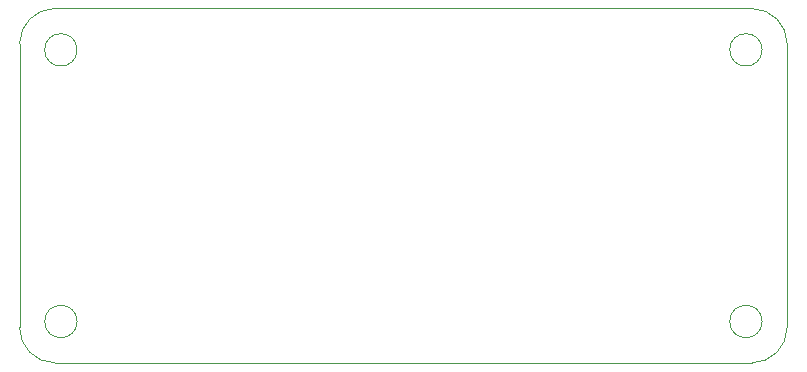
<source format=gbr>
G04 #@! TF.GenerationSoftware,KiCad,Pcbnew,6.0.4-6f826c9f35~116~ubuntu21.10.1*
G04 #@! TF.CreationDate,2022-07-14T08:28:50+02:00*
G04 #@! TF.ProjectId,Raspberry Pi Zero W,52617370-6265-4727-9279-205069205a65,1.0.8*
G04 #@! TF.SameCoordinates,Original*
G04 #@! TF.FileFunction,Profile,NP*
%FSLAX46Y46*%
G04 Gerber Fmt 4.6, Leading zero omitted, Abs format (unit mm)*
G04 Created by KiCad (PCBNEW 6.0.4-6f826c9f35~116~ubuntu21.10.1) date 2022-07-14 08:28:50*
%MOMM*%
%LPD*%
G01*
G04 APERTURE LIST*
G04 #@! TA.AperFunction,Profile*
%ADD10C,0.050000*%
G04 #@! TD*
G04 APERTURE END LIST*
D10*
X116000000Y-115000000D02*
X116000000Y-91000000D01*
X178870328Y-91500000D02*
G75*
G03*
X178870328Y-91500000I-1370328J0D01*
G01*
X178870328Y-114500000D02*
G75*
G03*
X178870328Y-114500000I-1370328J0D01*
G01*
X181000000Y-91000000D02*
G75*
G03*
X178000000Y-88000000I-3000000J0D01*
G01*
X178000000Y-118000000D02*
G75*
G03*
X181000000Y-115000000I0J3000000D01*
G01*
X120870328Y-114500000D02*
G75*
G03*
X120870328Y-114500000I-1370328J0D01*
G01*
X119000000Y-88000000D02*
X178000000Y-88000000D01*
X181000000Y-91000000D02*
X181000000Y-115000000D01*
X119000000Y-88000000D02*
G75*
G03*
X116000000Y-91000000I0J-3000000D01*
G01*
X178000000Y-118000000D02*
X119000000Y-118000000D01*
X120870328Y-91500000D02*
G75*
G03*
X120870328Y-91500000I-1370328J0D01*
G01*
X116000000Y-115000000D02*
G75*
G03*
X119000000Y-118000000I3000000J0D01*
G01*
M02*

</source>
